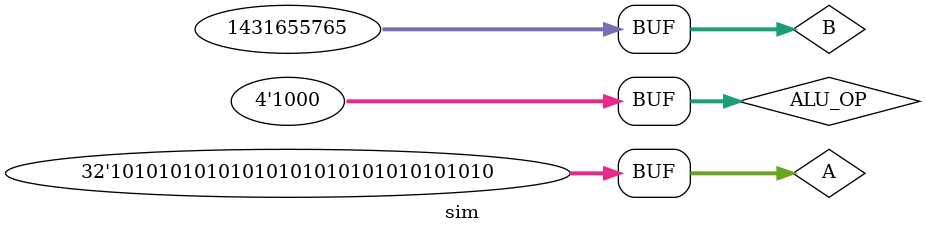
<source format=v>
`timescale 1ns / 1ps


module sim;
    reg [3:0] ALU_OP;
    reg [31:0] A;
    reg [31:0] B;
    wire [31:0] F;
    wire ZF;
    wire OF;
    wire SF;
    wire CF;
    wire PF;

    ALU ALU(
        .ALU_OP(ALU_OP),
        .A(A),
        .B(B),
        .F(F),
        .ZF(ZF),
        .OF(OF),
        .SF(SF),
        .CF(CF),
        .PF(PF)
    );

    initial begin
        // for(ALU_OP = 4'b0000; ALU_OP <= 4'b0111; ALU_OP = ALU_OP + 1) begin
        //     A = 32'h0;
        //     B = 32'hffff_ffff;
        //     #10;
        // end
        for(ALU_OP = 4'b0000; ALU_OP <= 4'b0111; ALU_OP = ALU_OP + 1) begin
            A = 32'h1234_5678;
            B = 32'h9abc_def0;
            #10;
        end
        for(ALU_OP = 4'b0000; ALU_OP <= 4'b0111; ALU_OP = ALU_OP + 1) begin
            A = 32'hffff_ffff;
            B = 32'h0000_0001;
            #10;
        end
        for(ALU_OP = 4'b0000; ALU_OP <= 4'b0111; ALU_OP = ALU_OP + 1) begin
            A = 32'h0001_ffff;
            B = 32'hffff_0001;
            #10;
        end
        for(ALU_OP = 4'b0000; ALU_OP <= 4'b0111; ALU_OP = ALU_OP + 1) begin
            A = 32'h0000_0000;
            B = 32'h0000_ffff;
            #10;
        end
        for(ALU_OP = 4'b0000; ALU_OP <= 4'b0111; ALU_OP = ALU_OP + 1) begin
            A = 32'h8888_8888;
            B = 32'h8888_8888;
            #10;
        end
        for(ALU_OP = 4'b0000; ALU_OP <= 4'b0111; ALU_OP = ALU_OP + 1) begin
            A = 32'h1010_1010;
            B = 32'h0101_0101;
            #10;
        end
        for(ALU_OP = 4'b0000; ALU_OP <= 4'b0111; ALU_OP = ALU_OP + 1) begin
            A = 32'hf0f0_f0f0;
            B = 32'h0f0f_0f0f;
            #10;
        end
        for(ALU_OP = 4'b0000; ALU_OP <= 4'b0111; ALU_OP = ALU_OP + 1) begin
            A = 32'haaaa_aaaa;
            B = 32'h5555_5555;
            #10;
        end
    end
endmodule

</source>
